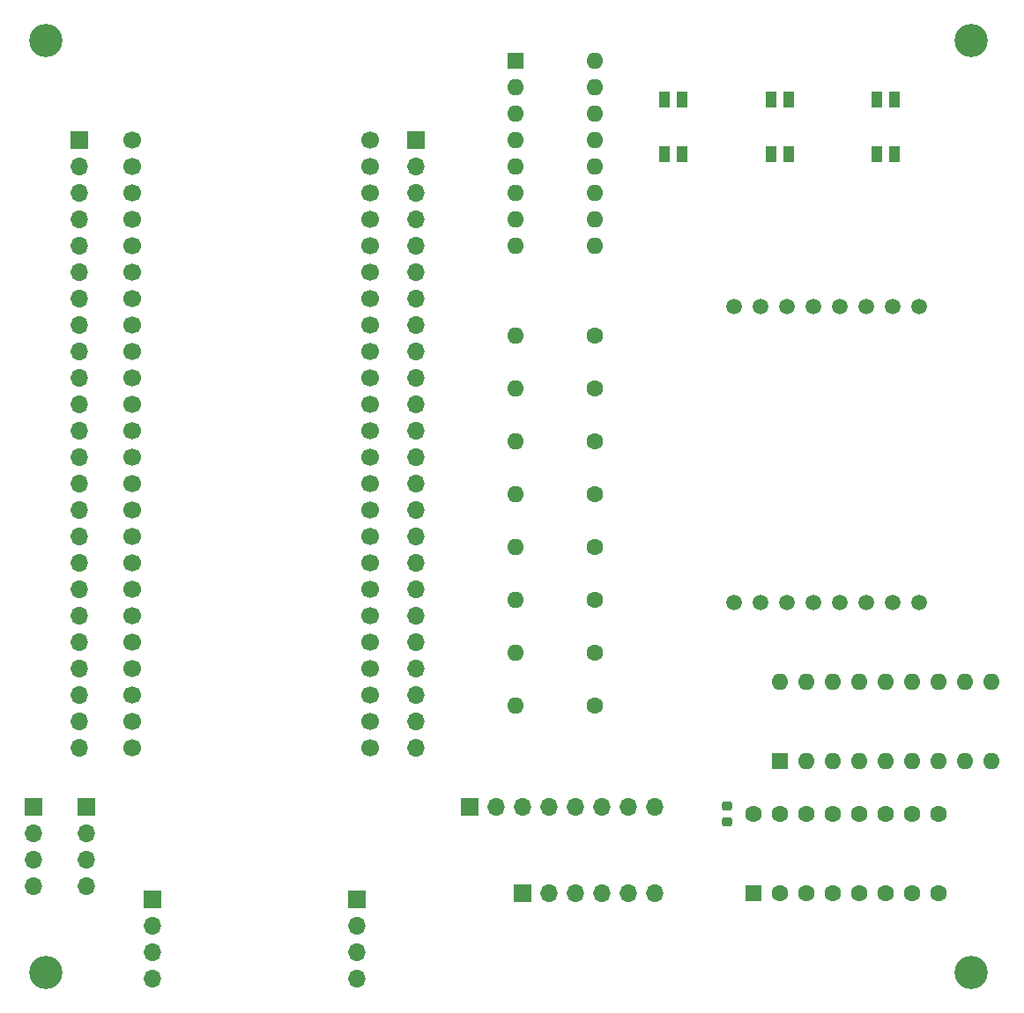
<source format=gbr>
%TF.GenerationSoftware,KiCad,Pcbnew,8.0.2*%
%TF.CreationDate,2024-08-26T11:56:27+09:00*%
%TF.ProjectId,FPGA_Board_v1,46504741-5f42-46f6-9172-645f76312e6b,rev?*%
%TF.SameCoordinates,Original*%
%TF.FileFunction,Soldermask,Top*%
%TF.FilePolarity,Negative*%
%FSLAX46Y46*%
G04 Gerber Fmt 4.6, Leading zero omitted, Abs format (unit mm)*
G04 Created by KiCad (PCBNEW 8.0.2) date 2024-08-26 11:56:27*
%MOMM*%
%LPD*%
G01*
G04 APERTURE LIST*
G04 Aperture macros list*
%AMRoundRect*
0 Rectangle with rounded corners*
0 $1 Rounding radius*
0 $2 $3 $4 $5 $6 $7 $8 $9 X,Y pos of 4 corners*
0 Add a 4 corners polygon primitive as box body*
4,1,4,$2,$3,$4,$5,$6,$7,$8,$9,$2,$3,0*
0 Add four circle primitives for the rounded corners*
1,1,$1+$1,$2,$3*
1,1,$1+$1,$4,$5*
1,1,$1+$1,$6,$7*
1,1,$1+$1,$8,$9*
0 Add four rect primitives between the rounded corners*
20,1,$1+$1,$2,$3,$4,$5,0*
20,1,$1+$1,$4,$5,$6,$7,0*
20,1,$1+$1,$6,$7,$8,$9,0*
20,1,$1+$1,$8,$9,$2,$3,0*%
G04 Aperture macros list end*
%ADD10R,1.700000X1.700000*%
%ADD11O,1.700000X1.700000*%
%ADD12C,1.600000*%
%ADD13O,1.600000X1.600000*%
%ADD14R,1.000000X1.550000*%
%ADD15C,3.200000*%
%ADD16R,1.600000X1.600000*%
%ADD17C,1.500000*%
%ADD18RoundRect,0.225000X-0.250000X0.225000X-0.250000X-0.225000X0.250000X-0.225000X0.250000X0.225000X0*%
%ADD19C,1.700000*%
G04 APERTURE END LIST*
D10*
%TO.C,J3*%
X147970000Y-116205000D03*
D11*
X150510000Y-116205000D03*
X153050000Y-116205000D03*
X155590000Y-116205000D03*
X158130000Y-116205000D03*
X160670000Y-116205000D03*
X163210000Y-116205000D03*
X165750000Y-116205000D03*
%TD*%
D12*
%TO.C,R6*%
X159980000Y-81040000D03*
D13*
X152360000Y-81040000D03*
%TD*%
D14*
%TO.C,SW3*%
X178650000Y-48175000D03*
X178650000Y-53425000D03*
X176950000Y-48175000D03*
X176950000Y-53425000D03*
%TD*%
D15*
%TO.C,H2*%
X196195000Y-42545000D03*
%TD*%
D16*
%TO.C,U3*%
X177810000Y-111760000D03*
D13*
X180350000Y-111760000D03*
X182890000Y-111760000D03*
X185430000Y-111760000D03*
X187970000Y-111760000D03*
X190510000Y-111760000D03*
X193050000Y-111760000D03*
X195590000Y-111760000D03*
X198130000Y-111760000D03*
X198130000Y-104140000D03*
X195590000Y-104140000D03*
X193050000Y-104140000D03*
X190510000Y-104140000D03*
X187970000Y-104140000D03*
X185430000Y-104140000D03*
X182890000Y-104140000D03*
X180350000Y-104140000D03*
X177810000Y-104140000D03*
%TD*%
D14*
%TO.C,SW2*%
X188810000Y-48175000D03*
X188810000Y-53425000D03*
X187110000Y-48175000D03*
X187110000Y-53425000D03*
%TD*%
D15*
%TO.C,H4*%
X107295000Y-132080000D03*
%TD*%
D17*
%TO.C,U2*%
X173400000Y-96520000D03*
X175940000Y-96520000D03*
X178480000Y-96520000D03*
X181020000Y-96520000D03*
X183560000Y-96520000D03*
X186100000Y-96520000D03*
X188640000Y-96520000D03*
X191180000Y-96520000D03*
X191160000Y-68120000D03*
X188620000Y-68120000D03*
X186080000Y-68120000D03*
X183540000Y-68120000D03*
X181000000Y-68120000D03*
X178460000Y-68120000D03*
X175920000Y-68120000D03*
X173380000Y-68120000D03*
%TD*%
D10*
%TO.C,J2*%
X142815000Y-52070000D03*
D11*
X142815000Y-54610000D03*
X142815000Y-57150000D03*
X142815000Y-59690000D03*
X142815000Y-62230000D03*
X142815000Y-64770000D03*
X142815000Y-67310000D03*
X142815000Y-69850000D03*
X142815000Y-72390000D03*
X142815000Y-74930000D03*
X142815000Y-77470000D03*
X142815000Y-80010000D03*
X142815000Y-82550000D03*
X142815000Y-85090000D03*
X142815000Y-87630000D03*
X142815000Y-90170000D03*
X142815000Y-92710000D03*
X142815000Y-95250000D03*
X142815000Y-97790000D03*
X142815000Y-100330000D03*
X142815000Y-102870000D03*
X142815000Y-105410000D03*
X142815000Y-107950000D03*
X142815000Y-110490000D03*
%TD*%
D16*
%TO.C,SW1*%
X152400000Y-44440000D03*
D13*
X152400000Y-46980000D03*
X152400000Y-49520000D03*
X152400000Y-52060000D03*
X152400000Y-54600000D03*
X152400000Y-57140000D03*
X152400000Y-59680000D03*
X152400000Y-62220000D03*
X160020000Y-62220000D03*
X160020000Y-59680000D03*
X160020000Y-57140000D03*
X160020000Y-54600000D03*
X160020000Y-52060000D03*
X160020000Y-49520000D03*
X160020000Y-46980000D03*
X160020000Y-44440000D03*
%TD*%
D15*
%TO.C,H3*%
X196195000Y-132080000D03*
%TD*%
D12*
%TO.C,R2*%
X159980000Y-101360000D03*
D13*
X152360000Y-101360000D03*
%TD*%
D12*
%TO.C,R1*%
X159980000Y-106440000D03*
D13*
X152360000Y-106440000D03*
%TD*%
D10*
%TO.C,J4*%
X137160000Y-125095000D03*
D11*
X137160000Y-127635000D03*
X137160000Y-130175000D03*
X137160000Y-132715000D03*
%TD*%
D10*
%TO.C,J5*%
X117475000Y-125095000D03*
D11*
X117475000Y-127635000D03*
X117475000Y-130175000D03*
X117475000Y-132715000D03*
%TD*%
D12*
%TO.C,R7*%
X159980000Y-75960000D03*
D13*
X152360000Y-75960000D03*
%TD*%
D12*
%TO.C,R5*%
X159980000Y-86130000D03*
D13*
X152360000Y-86130000D03*
%TD*%
D14*
%TO.C,SW4*%
X168405000Y-48175000D03*
X168405000Y-53425000D03*
X166705000Y-48175000D03*
X166705000Y-53425000D03*
%TD*%
D12*
%TO.C,R8*%
X159980000Y-70880000D03*
D13*
X152360000Y-70880000D03*
%TD*%
D12*
%TO.C,R3*%
X159980000Y-96280000D03*
D13*
X152360000Y-96280000D03*
%TD*%
D10*
%TO.C,J6*%
X111125000Y-116205000D03*
D11*
X111125000Y-118745000D03*
X111125000Y-121285000D03*
X111125000Y-123825000D03*
%TD*%
D10*
%TO.C,J8*%
X153035000Y-124460000D03*
D11*
X155575000Y-124460000D03*
X158115000Y-124460000D03*
X160655000Y-124460000D03*
X163195000Y-124460000D03*
X165735000Y-124460000D03*
%TD*%
D15*
%TO.C,H1*%
X107295000Y-42545000D03*
%TD*%
D18*
%TO.C,C1*%
X172720000Y-116065000D03*
X172720000Y-117615000D03*
%TD*%
D16*
%TO.C,U4*%
X175260000Y-124460000D03*
D12*
X177800000Y-124460000D03*
X180340000Y-124460000D03*
X182880000Y-124460000D03*
X185420000Y-124460000D03*
X187960000Y-124460000D03*
X190500000Y-124460000D03*
X193040000Y-124460000D03*
X193040000Y-116840000D03*
X190500000Y-116840000D03*
X187960000Y-116840000D03*
X185420000Y-116840000D03*
X182880000Y-116840000D03*
X180340000Y-116840000D03*
X177800000Y-116840000D03*
X175260000Y-116840000D03*
%TD*%
%TO.C,R4*%
X159980000Y-91200000D03*
D13*
X152360000Y-91200000D03*
%TD*%
D10*
%TO.C,J1*%
X110450000Y-52070000D03*
D11*
X110450000Y-54610000D03*
X110450000Y-57150000D03*
X110450000Y-59690000D03*
X110450000Y-62230000D03*
X110450000Y-64770000D03*
X110450000Y-67310000D03*
X110450000Y-69850000D03*
X110450000Y-72390000D03*
X110450000Y-74930000D03*
X110450000Y-77470000D03*
X110450000Y-80010000D03*
X110450000Y-82550000D03*
X110450000Y-85090000D03*
X110450000Y-87630000D03*
X110450000Y-90170000D03*
X110450000Y-92710000D03*
X110450000Y-95250000D03*
X110450000Y-97790000D03*
X110450000Y-100330000D03*
X110450000Y-102870000D03*
X110450000Y-105410000D03*
X110450000Y-107950000D03*
X110450000Y-110490000D03*
%TD*%
D10*
%TO.C,J7*%
X106045000Y-116205000D03*
D11*
X106045000Y-118745000D03*
X106045000Y-121285000D03*
X106045000Y-123825000D03*
%TD*%
D19*
%TO.C,U1*%
X115570000Y-52070000D03*
X115570000Y-54610000D03*
X115570000Y-57150000D03*
X115570000Y-59690000D03*
X115570000Y-62230000D03*
X115570000Y-64770000D03*
X115570000Y-67310000D03*
X115570000Y-69850000D03*
X115570000Y-72390000D03*
X115570000Y-74930000D03*
X115570000Y-77470000D03*
X115570000Y-80010000D03*
X115570000Y-82550000D03*
X115570000Y-85090000D03*
X115570000Y-87630000D03*
X115570000Y-90170000D03*
X115570000Y-92710000D03*
X115570000Y-95250000D03*
X115570000Y-97790000D03*
X115570000Y-100330000D03*
X115570000Y-102870000D03*
X115570000Y-105410000D03*
X115570000Y-107950000D03*
X115570000Y-110490000D03*
X138390000Y-110490000D03*
X138390000Y-107950000D03*
X138390000Y-105410000D03*
X138390000Y-102870000D03*
X138390000Y-100330000D03*
X138390000Y-97790000D03*
X138390000Y-95250000D03*
X138390000Y-92710000D03*
X138390000Y-90170000D03*
X138390000Y-87630000D03*
X138390000Y-85090000D03*
X138390000Y-82550000D03*
X138390000Y-80010000D03*
X138390000Y-77470000D03*
X138390000Y-74930000D03*
X138390000Y-72390000D03*
X138390000Y-69850000D03*
X138390000Y-67310000D03*
X138390000Y-64770000D03*
X138390000Y-62230000D03*
X138390000Y-59690000D03*
X138390000Y-57150000D03*
X138390000Y-54610000D03*
X138390000Y-52070000D03*
%TD*%
M02*

</source>
